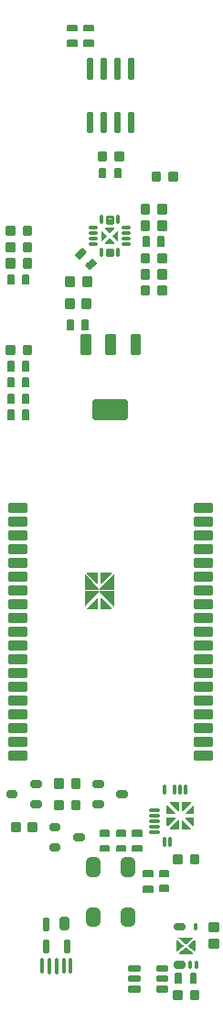
<source format=gbr>
G04 EAGLE Gerber RS-274X export*
G75*
%MOMM*%
%FSLAX34Y34*%
%LPD*%
%INSolderpaste Top*%
%IPPOS*%
%AMOC8*
5,1,8,0,0,1.08239X$1,22.5*%
G01*
%ADD10C,0.164350*%
%ADD11C,0.532541*%
%ADD12C,0.217425*%
%ADD13C,0.225000*%
%ADD14C,0.406547*%
%ADD15C,0.340000*%
%ADD16C,0.897000*%
%ADD17C,0.233475*%
%ADD18C,0.491275*%
%ADD19C,0.350000*%
%ADD20C,0.330000*%
%ADD21C,0.684134*%
%ADD22C,0.406478*%
%ADD23C,0.476100*%
%ADD24C,0.320000*%
%ADD25R,0.100000X0.100000*%
%ADD26C,0.413447*%
%ADD27C,0.300000*%
%ADD28C,0.272000*%

G36*
X84507Y373376D02*
X84507Y373376D01*
X84609Y373375D01*
X84620Y373379D01*
X84631Y373379D01*
X84724Y373417D01*
X84820Y373452D01*
X84829Y373460D01*
X84838Y373464D01*
X84871Y373494D01*
X84966Y373570D01*
X96966Y386570D01*
X97007Y386634D01*
X97055Y386694D01*
X97067Y386728D01*
X97087Y386759D01*
X97103Y386834D01*
X97127Y386906D01*
X97126Y386943D01*
X97134Y386978D01*
X97123Y387054D01*
X97121Y387131D01*
X97107Y387164D01*
X97102Y387200D01*
X97065Y387268D01*
X97036Y387338D01*
X97012Y387365D01*
X96994Y387397D01*
X96937Y387448D01*
X96885Y387504D01*
X96853Y387521D01*
X96825Y387545D01*
X96753Y387572D01*
X96685Y387607D01*
X96644Y387613D01*
X96615Y387624D01*
X96569Y387624D01*
X96500Y387634D01*
X84500Y387634D01*
X84435Y387623D01*
X84369Y387621D01*
X84326Y387603D01*
X84279Y387595D01*
X84222Y387561D01*
X84162Y387536D01*
X84127Y387505D01*
X84086Y387480D01*
X84045Y387429D01*
X83996Y387385D01*
X83974Y387343D01*
X83945Y387306D01*
X83924Y387244D01*
X83893Y387185D01*
X83885Y387131D01*
X83873Y387094D01*
X83874Y387054D01*
X83866Y387000D01*
X83866Y374000D01*
X83884Y373900D01*
X83898Y373800D01*
X83904Y373790D01*
X83905Y373779D01*
X83957Y373692D01*
X84006Y373603D01*
X84014Y373595D01*
X84020Y373586D01*
X84098Y373522D01*
X84175Y373455D01*
X84185Y373452D01*
X84194Y373445D01*
X84290Y373412D01*
X84385Y373376D01*
X84396Y373376D01*
X84406Y373373D01*
X84507Y373376D01*
G37*
G36*
X110565Y388377D02*
X110565Y388377D01*
X110631Y388379D01*
X110674Y388397D01*
X110721Y388405D01*
X110778Y388439D01*
X110838Y388464D01*
X110873Y388495D01*
X110914Y388520D01*
X110956Y388571D01*
X111004Y388615D01*
X111026Y388657D01*
X111055Y388694D01*
X111076Y388756D01*
X111107Y388815D01*
X111115Y388869D01*
X111127Y388906D01*
X111126Y388946D01*
X111134Y389000D01*
X111134Y402000D01*
X111116Y402100D01*
X111102Y402200D01*
X111097Y402210D01*
X111095Y402221D01*
X111043Y402308D01*
X110994Y402397D01*
X110986Y402405D01*
X110980Y402414D01*
X110902Y402478D01*
X110825Y402545D01*
X110815Y402549D01*
X110806Y402555D01*
X110710Y402588D01*
X110615Y402624D01*
X110604Y402624D01*
X110594Y402627D01*
X110493Y402624D01*
X110391Y402625D01*
X110380Y402621D01*
X110369Y402621D01*
X110276Y402583D01*
X110180Y402548D01*
X110171Y402540D01*
X110162Y402536D01*
X110129Y402506D01*
X110034Y402430D01*
X98034Y389430D01*
X97993Y389366D01*
X97945Y389306D01*
X97933Y389272D01*
X97913Y389241D01*
X97897Y389166D01*
X97873Y389094D01*
X97874Y389057D01*
X97866Y389022D01*
X97877Y388946D01*
X97879Y388869D01*
X97893Y388836D01*
X97898Y388800D01*
X97935Y388732D01*
X97964Y388662D01*
X97988Y388635D01*
X98006Y388603D01*
X98063Y388552D01*
X98115Y388496D01*
X98147Y388479D01*
X98175Y388455D01*
X98247Y388428D01*
X98315Y388393D01*
X98356Y388387D01*
X98385Y388376D01*
X98431Y388376D01*
X98500Y388366D01*
X110500Y388366D01*
X110565Y388377D01*
G37*
G36*
X110529Y373376D02*
X110529Y373376D01*
X110631Y373379D01*
X110641Y373383D01*
X110652Y373384D01*
X110745Y373426D01*
X110838Y373464D01*
X110847Y373471D01*
X110857Y373476D01*
X110929Y373546D01*
X111004Y373615D01*
X111009Y373625D01*
X111017Y373632D01*
X111060Y373724D01*
X111107Y373815D01*
X111108Y373827D01*
X111113Y373835D01*
X111116Y373880D01*
X111134Y374000D01*
X111134Y387000D01*
X111123Y387065D01*
X111121Y387131D01*
X111103Y387174D01*
X111095Y387221D01*
X111061Y387278D01*
X111036Y387338D01*
X111005Y387373D01*
X110980Y387414D01*
X110929Y387456D01*
X110885Y387504D01*
X110843Y387526D01*
X110806Y387555D01*
X110744Y387576D01*
X110685Y387607D01*
X110631Y387615D01*
X110594Y387627D01*
X110554Y387626D01*
X110500Y387634D01*
X98500Y387634D01*
X98425Y387621D01*
X98348Y387616D01*
X98315Y387601D01*
X98279Y387595D01*
X98213Y387556D01*
X98143Y387525D01*
X98117Y387499D01*
X98086Y387480D01*
X98038Y387421D01*
X97983Y387368D01*
X97968Y387335D01*
X97945Y387306D01*
X97920Y387234D01*
X97887Y387165D01*
X97884Y387128D01*
X97873Y387094D01*
X97875Y387017D01*
X97869Y386941D01*
X97878Y386906D01*
X97879Y386869D01*
X97908Y386799D01*
X97929Y386725D01*
X97952Y386691D01*
X97964Y386662D01*
X97995Y386628D01*
X98034Y386570D01*
X110034Y373570D01*
X110115Y373508D01*
X110194Y373445D01*
X110204Y373441D01*
X110213Y373434D01*
X110310Y373405D01*
X110406Y373373D01*
X110417Y373373D01*
X110428Y373370D01*
X110529Y373376D01*
G37*
G36*
X96575Y388379D02*
X96575Y388379D01*
X96652Y388384D01*
X96685Y388399D01*
X96721Y388405D01*
X96787Y388444D01*
X96857Y388476D01*
X96883Y388501D01*
X96914Y388520D01*
X96962Y388579D01*
X97017Y388632D01*
X97032Y388665D01*
X97055Y388694D01*
X97080Y388766D01*
X97113Y388835D01*
X97116Y388872D01*
X97127Y388906D01*
X97125Y388983D01*
X97132Y389059D01*
X97122Y389094D01*
X97121Y389131D01*
X97092Y389201D01*
X97071Y389275D01*
X97048Y389309D01*
X97036Y389338D01*
X97005Y389372D01*
X96966Y389430D01*
X84966Y402430D01*
X84885Y402492D01*
X84806Y402555D01*
X84796Y402559D01*
X84787Y402566D01*
X84690Y402595D01*
X84594Y402627D01*
X84583Y402627D01*
X84572Y402630D01*
X84471Y402624D01*
X84369Y402621D01*
X84359Y402617D01*
X84348Y402616D01*
X84255Y402574D01*
X84162Y402536D01*
X84153Y402529D01*
X84143Y402525D01*
X84071Y402454D01*
X83996Y402385D01*
X83991Y402375D01*
X83983Y402368D01*
X83940Y402276D01*
X83893Y402185D01*
X83892Y402173D01*
X83887Y402165D01*
X83884Y402120D01*
X83866Y402000D01*
X83866Y389000D01*
X83877Y388935D01*
X83879Y388869D01*
X83897Y388826D01*
X83905Y388779D01*
X83939Y388722D01*
X83964Y388662D01*
X83995Y388627D01*
X84020Y388586D01*
X84071Y388545D01*
X84115Y388496D01*
X84157Y388474D01*
X84194Y388445D01*
X84256Y388424D01*
X84315Y388393D01*
X84369Y388385D01*
X84406Y388373D01*
X84446Y388374D01*
X84500Y388366D01*
X96500Y388366D01*
X96575Y388379D01*
G37*
G36*
X108588Y370382D02*
X108588Y370382D01*
X108676Y370391D01*
X108697Y370401D01*
X108721Y370405D01*
X108798Y370451D01*
X108877Y370490D01*
X108894Y370507D01*
X108914Y370520D01*
X108970Y370589D01*
X109031Y370653D01*
X109040Y370675D01*
X109055Y370694D01*
X109084Y370778D01*
X109119Y370860D01*
X109120Y370884D01*
X109127Y370906D01*
X109125Y370995D01*
X109129Y371084D01*
X109121Y371107D01*
X109121Y371131D01*
X109087Y371213D01*
X109060Y371298D01*
X109044Y371319D01*
X109036Y371338D01*
X109002Y371376D01*
X108948Y371448D01*
X99948Y380448D01*
X99875Y380499D01*
X99806Y380555D01*
X99784Y380563D01*
X99764Y380577D01*
X99678Y380599D01*
X99594Y380627D01*
X99570Y380627D01*
X99547Y380633D01*
X99458Y380623D01*
X99369Y380621D01*
X99347Y380612D01*
X99324Y380609D01*
X99244Y380570D01*
X99162Y380536D01*
X99144Y380520D01*
X99123Y380510D01*
X99062Y380445D01*
X98996Y380385D01*
X98985Y380364D01*
X98969Y380347D01*
X98934Y380265D01*
X98893Y380185D01*
X98890Y380159D01*
X98881Y380140D01*
X98879Y380090D01*
X98866Y380000D01*
X98866Y371000D01*
X98877Y370935D01*
X98879Y370869D01*
X98897Y370826D01*
X98905Y370779D01*
X98939Y370722D01*
X98964Y370662D01*
X98995Y370627D01*
X99020Y370586D01*
X99071Y370545D01*
X99115Y370496D01*
X99157Y370474D01*
X99194Y370445D01*
X99256Y370424D01*
X99315Y370393D01*
X99369Y370385D01*
X99406Y370373D01*
X99446Y370374D01*
X99500Y370366D01*
X108500Y370366D01*
X108588Y370382D01*
G37*
G36*
X95565Y370377D02*
X95565Y370377D01*
X95631Y370379D01*
X95674Y370397D01*
X95721Y370405D01*
X95778Y370439D01*
X95838Y370464D01*
X95873Y370495D01*
X95914Y370520D01*
X95956Y370571D01*
X96004Y370615D01*
X96026Y370657D01*
X96055Y370694D01*
X96076Y370756D01*
X96107Y370815D01*
X96115Y370869D01*
X96127Y370906D01*
X96126Y370946D01*
X96134Y371000D01*
X96134Y380000D01*
X96118Y380088D01*
X96109Y380176D01*
X96099Y380197D01*
X96095Y380221D01*
X96049Y380298D01*
X96010Y380377D01*
X95993Y380394D01*
X95980Y380414D01*
X95911Y380470D01*
X95847Y380531D01*
X95825Y380540D01*
X95806Y380555D01*
X95722Y380584D01*
X95640Y380619D01*
X95616Y380620D01*
X95594Y380627D01*
X95505Y380625D01*
X95416Y380629D01*
X95393Y380621D01*
X95369Y380621D01*
X95287Y380587D01*
X95202Y380560D01*
X95181Y380544D01*
X95162Y380536D01*
X95124Y380502D01*
X95052Y380448D01*
X86052Y371448D01*
X86001Y371375D01*
X85945Y371306D01*
X85937Y371284D01*
X85923Y371264D01*
X85901Y371178D01*
X85873Y371094D01*
X85873Y371070D01*
X85868Y371047D01*
X85877Y370958D01*
X85879Y370869D01*
X85888Y370847D01*
X85891Y370824D01*
X85930Y370744D01*
X85964Y370662D01*
X85980Y370644D01*
X85990Y370623D01*
X86055Y370562D01*
X86115Y370496D01*
X86136Y370485D01*
X86153Y370469D01*
X86235Y370434D01*
X86315Y370393D01*
X86341Y370390D01*
X86360Y370381D01*
X86410Y370379D01*
X86500Y370366D01*
X95500Y370366D01*
X95565Y370377D01*
G37*
G36*
X95542Y394377D02*
X95542Y394377D01*
X95631Y394379D01*
X95653Y394388D01*
X95676Y394391D01*
X95756Y394430D01*
X95838Y394464D01*
X95856Y394480D01*
X95877Y394490D01*
X95938Y394555D01*
X96004Y394615D01*
X96015Y394636D01*
X96031Y394653D01*
X96066Y394735D01*
X96107Y394815D01*
X96110Y394841D01*
X96119Y394860D01*
X96121Y394910D01*
X96134Y395000D01*
X96134Y404000D01*
X96123Y404065D01*
X96121Y404131D01*
X96103Y404174D01*
X96095Y404221D01*
X96061Y404278D01*
X96036Y404338D01*
X96005Y404373D01*
X95980Y404414D01*
X95929Y404456D01*
X95885Y404504D01*
X95843Y404526D01*
X95806Y404555D01*
X95744Y404576D01*
X95685Y404607D01*
X95631Y404615D01*
X95594Y404627D01*
X95554Y404626D01*
X95500Y404634D01*
X86500Y404634D01*
X86412Y404618D01*
X86324Y404609D01*
X86303Y404599D01*
X86279Y404595D01*
X86202Y404549D01*
X86123Y404510D01*
X86106Y404493D01*
X86086Y404480D01*
X86030Y404411D01*
X85969Y404347D01*
X85960Y404325D01*
X85945Y404306D01*
X85916Y404222D01*
X85881Y404140D01*
X85880Y404116D01*
X85873Y404094D01*
X85875Y404005D01*
X85871Y403916D01*
X85879Y403893D01*
X85879Y403869D01*
X85913Y403787D01*
X85940Y403702D01*
X85956Y403681D01*
X85964Y403662D01*
X85998Y403624D01*
X86052Y403552D01*
X95052Y394552D01*
X95125Y394501D01*
X95194Y394445D01*
X95216Y394437D01*
X95236Y394423D01*
X95322Y394401D01*
X95406Y394373D01*
X95430Y394373D01*
X95453Y394368D01*
X95542Y394377D01*
G37*
G36*
X99607Y394379D02*
X99607Y394379D01*
X99631Y394379D01*
X99713Y394413D01*
X99798Y394440D01*
X99819Y394456D01*
X99838Y394464D01*
X99876Y394498D01*
X99948Y394552D01*
X108948Y403552D01*
X108999Y403625D01*
X109055Y403694D01*
X109063Y403716D01*
X109077Y403736D01*
X109099Y403822D01*
X109127Y403906D01*
X109127Y403930D01*
X109133Y403953D01*
X109123Y404042D01*
X109121Y404131D01*
X109112Y404153D01*
X109109Y404176D01*
X109070Y404256D01*
X109036Y404338D01*
X109020Y404356D01*
X109010Y404377D01*
X108945Y404438D01*
X108885Y404504D01*
X108864Y404515D01*
X108847Y404531D01*
X108765Y404566D01*
X108685Y404607D01*
X108659Y404610D01*
X108640Y404619D01*
X108590Y404621D01*
X108500Y404634D01*
X99500Y404634D01*
X99435Y404623D01*
X99369Y404621D01*
X99326Y404603D01*
X99279Y404595D01*
X99222Y404561D01*
X99162Y404536D01*
X99127Y404505D01*
X99086Y404480D01*
X99045Y404429D01*
X98996Y404385D01*
X98974Y404343D01*
X98945Y404306D01*
X98924Y404244D01*
X98893Y404185D01*
X98885Y404131D01*
X98873Y404094D01*
X98874Y404054D01*
X98866Y404000D01*
X98866Y395000D01*
X98882Y394912D01*
X98891Y394824D01*
X98901Y394803D01*
X98905Y394779D01*
X98951Y394702D01*
X98990Y394623D01*
X99007Y394606D01*
X99020Y394586D01*
X99089Y394530D01*
X99153Y394469D01*
X99175Y394460D01*
X99194Y394445D01*
X99278Y394416D01*
X99360Y394381D01*
X99384Y394380D01*
X99406Y394373D01*
X99495Y394375D01*
X99584Y394371D01*
X99607Y394379D01*
G37*
G36*
X183505Y52367D02*
X183505Y52367D01*
X183510Y52366D01*
X183615Y52387D01*
X183721Y52405D01*
X183725Y52408D01*
X183731Y52409D01*
X183823Y52466D01*
X183914Y52520D01*
X183917Y52524D01*
X183922Y52526D01*
X183988Y52611D01*
X184055Y52694D01*
X184057Y52699D01*
X184060Y52703D01*
X184093Y52805D01*
X184127Y52906D01*
X184127Y52912D01*
X184129Y52917D01*
X184124Y53024D01*
X184121Y53131D01*
X184119Y53135D01*
X184118Y53141D01*
X184076Y53240D01*
X184036Y53338D01*
X184033Y53342D01*
X184031Y53347D01*
X183906Y53487D01*
X177906Y58487D01*
X177899Y58491D01*
X177893Y58498D01*
X177802Y58547D01*
X177711Y58598D01*
X177703Y58599D01*
X177695Y58603D01*
X177592Y58618D01*
X177490Y58634D01*
X177481Y58633D01*
X177473Y58634D01*
X177371Y58611D01*
X177269Y58591D01*
X177262Y58586D01*
X177254Y58585D01*
X177094Y58487D01*
X171094Y53487D01*
X171091Y53483D01*
X171086Y53480D01*
X171019Y53397D01*
X170950Y53315D01*
X170948Y53310D01*
X170945Y53306D01*
X170910Y53205D01*
X170874Y53104D01*
X170874Y53099D01*
X170873Y53094D01*
X170876Y52988D01*
X170877Y52880D01*
X170879Y52875D01*
X170879Y52869D01*
X170919Y52772D01*
X170958Y52670D01*
X170962Y52666D01*
X170964Y52662D01*
X171035Y52583D01*
X171107Y52502D01*
X171111Y52500D01*
X171115Y52496D01*
X171211Y52447D01*
X171305Y52397D01*
X171310Y52396D01*
X171315Y52393D01*
X171500Y52366D01*
X183500Y52366D01*
X183505Y52367D01*
G37*
G36*
X177519Y61367D02*
X177519Y61367D01*
X177527Y61366D01*
X177629Y61389D01*
X177731Y61409D01*
X177738Y61414D01*
X177746Y61415D01*
X177906Y61513D01*
X183906Y66513D01*
X183909Y66517D01*
X183914Y66520D01*
X183981Y66603D01*
X184050Y66685D01*
X184052Y66690D01*
X184055Y66694D01*
X184090Y66795D01*
X184126Y66896D01*
X184126Y66901D01*
X184127Y66906D01*
X184124Y67012D01*
X184123Y67120D01*
X184121Y67125D01*
X184121Y67131D01*
X184081Y67228D01*
X184042Y67330D01*
X184038Y67334D01*
X184036Y67338D01*
X183965Y67417D01*
X183893Y67498D01*
X183889Y67500D01*
X183885Y67504D01*
X183789Y67553D01*
X183695Y67603D01*
X183690Y67604D01*
X183685Y67607D01*
X183500Y67634D01*
X171500Y67634D01*
X171495Y67633D01*
X171490Y67634D01*
X171385Y67614D01*
X171279Y67595D01*
X171275Y67592D01*
X171269Y67591D01*
X171177Y67535D01*
X171086Y67480D01*
X171083Y67476D01*
X171078Y67474D01*
X171012Y67389D01*
X170945Y67306D01*
X170943Y67301D01*
X170940Y67297D01*
X170907Y67195D01*
X170873Y67094D01*
X170873Y67088D01*
X170871Y67083D01*
X170876Y66976D01*
X170879Y66869D01*
X170881Y66865D01*
X170882Y66859D01*
X170924Y66760D01*
X170964Y66662D01*
X170967Y66658D01*
X170969Y66653D01*
X171094Y66513D01*
X177094Y61513D01*
X177101Y61509D01*
X177107Y61502D01*
X177198Y61453D01*
X177289Y61402D01*
X177297Y61401D01*
X177305Y61397D01*
X177408Y61383D01*
X177510Y61366D01*
X177519Y61367D01*
G37*
G36*
X185510Y55011D02*
X185510Y55011D01*
X185628Y55009D01*
X185650Y55015D01*
X185674Y55016D01*
X185786Y55053D01*
X185900Y55084D01*
X185920Y55096D01*
X185942Y55104D01*
X186039Y55170D01*
X186140Y55232D01*
X186155Y55250D01*
X186175Y55263D01*
X186250Y55354D01*
X186329Y55442D01*
X186339Y55463D01*
X186354Y55481D01*
X186400Y55589D01*
X186452Y55695D01*
X186455Y55717D01*
X186465Y55740D01*
X186487Y55922D01*
X186499Y56000D01*
X186499Y64000D01*
X186490Y64063D01*
X186491Y64122D01*
X186477Y64171D01*
X186471Y64234D01*
X186463Y64256D01*
X186459Y64279D01*
X186429Y64347D01*
X186416Y64394D01*
X186394Y64429D01*
X186367Y64496D01*
X186353Y64515D01*
X186343Y64536D01*
X186288Y64600D01*
X186268Y64634D01*
X186243Y64656D01*
X186194Y64719D01*
X186175Y64733D01*
X186160Y64750D01*
X186082Y64801D01*
X186058Y64823D01*
X186035Y64834D01*
X185965Y64884D01*
X185943Y64892D01*
X185924Y64905D01*
X185829Y64934D01*
X185805Y64946D01*
X185785Y64949D01*
X185700Y64979D01*
X185676Y64980D01*
X185654Y64987D01*
X185536Y64989D01*
X185523Y64990D01*
X185500Y64993D01*
X185493Y64993D01*
X185484Y64992D01*
X185418Y64996D01*
X185396Y64991D01*
X185372Y64991D01*
X185261Y64960D01*
X185213Y64953D01*
X185195Y64945D01*
X185143Y64933D01*
X185124Y64922D01*
X185100Y64916D01*
X185019Y64865D01*
X184956Y64837D01*
X184918Y64805D01*
X184876Y64780D01*
X179876Y60780D01*
X179853Y60756D01*
X179825Y60737D01*
X179774Y60674D01*
X179753Y60657D01*
X179739Y60634D01*
X179683Y60575D01*
X179668Y60545D01*
X179646Y60519D01*
X179614Y60444D01*
X179599Y60421D01*
X179591Y60395D01*
X179555Y60324D01*
X179548Y60291D01*
X179535Y60260D01*
X179525Y60181D01*
X179516Y60151D01*
X179516Y60121D01*
X179502Y60046D01*
X179505Y60013D01*
X179501Y59980D01*
X179513Y59905D01*
X179513Y59869D01*
X179522Y59836D01*
X179529Y59766D01*
X179541Y59735D01*
X179546Y59702D01*
X179577Y59638D01*
X179588Y59597D01*
X179609Y59563D01*
X179633Y59504D01*
X179653Y59477D01*
X179668Y59447D01*
X179708Y59403D01*
X179736Y59357D01*
X179772Y59325D01*
X179806Y59281D01*
X179846Y59252D01*
X179876Y59220D01*
X184876Y55220D01*
X184977Y55160D01*
X185076Y55095D01*
X185099Y55088D01*
X185119Y55076D01*
X185233Y55047D01*
X185346Y55013D01*
X185369Y55012D01*
X185392Y55007D01*
X185510Y55011D01*
G37*
G36*
X169605Y55009D02*
X169605Y55009D01*
X169628Y55009D01*
X169742Y55040D01*
X169857Y55067D01*
X169876Y55078D01*
X169900Y55084D01*
X170056Y55181D01*
X170124Y55220D01*
X175124Y59220D01*
X175147Y59244D01*
X175175Y59263D01*
X175210Y59306D01*
X175247Y59337D01*
X175274Y59379D01*
X175317Y59425D01*
X175333Y59455D01*
X175354Y59481D01*
X175379Y59539D01*
X175401Y59573D01*
X175414Y59614D01*
X175445Y59677D01*
X175452Y59709D01*
X175465Y59740D01*
X175473Y59809D01*
X175484Y59843D01*
X175484Y59879D01*
X175498Y59954D01*
X175495Y59987D01*
X175499Y60020D01*
X175487Y60095D01*
X175487Y60125D01*
X175479Y60155D01*
X175471Y60234D01*
X175459Y60265D01*
X175454Y60298D01*
X175419Y60370D01*
X175412Y60397D01*
X175397Y60421D01*
X175367Y60496D01*
X175347Y60523D01*
X175332Y60553D01*
X175281Y60609D01*
X175264Y60637D01*
X175244Y60655D01*
X175194Y60719D01*
X175154Y60748D01*
X175124Y60780D01*
X170124Y64780D01*
X170091Y64800D01*
X170066Y64823D01*
X170003Y64853D01*
X169924Y64905D01*
X169901Y64912D01*
X169881Y64924D01*
X169831Y64936D01*
X169812Y64946D01*
X169768Y64953D01*
X169767Y64953D01*
X169654Y64987D01*
X169631Y64988D01*
X169608Y64993D01*
X169524Y64991D01*
X169508Y64993D01*
X169500Y64993D01*
X169475Y64990D01*
X169372Y64991D01*
X169350Y64985D01*
X169326Y64984D01*
X169242Y64956D01*
X169221Y64953D01*
X169196Y64942D01*
X169100Y64916D01*
X169080Y64904D01*
X169058Y64896D01*
X168987Y64848D01*
X168964Y64837D01*
X168940Y64817D01*
X168860Y64768D01*
X168845Y64750D01*
X168825Y64737D01*
X168774Y64675D01*
X168750Y64654D01*
X168729Y64622D01*
X168671Y64558D01*
X168661Y64537D01*
X168646Y64519D01*
X168617Y64452D01*
X168595Y64418D01*
X168581Y64373D01*
X168548Y64305D01*
X168545Y64283D01*
X168535Y64260D01*
X168527Y64196D01*
X168513Y64148D01*
X168512Y64070D01*
X168501Y64000D01*
X168501Y56000D01*
X168517Y55883D01*
X168529Y55766D01*
X168537Y55744D01*
X168541Y55721D01*
X168589Y55613D01*
X168633Y55504D01*
X168647Y55485D01*
X168657Y55464D01*
X168733Y55374D01*
X168806Y55281D01*
X168825Y55267D01*
X168840Y55250D01*
X168939Y55185D01*
X169035Y55116D01*
X169057Y55108D01*
X169076Y55095D01*
X169189Y55061D01*
X169300Y55021D01*
X169324Y55020D01*
X169346Y55013D01*
X169464Y55011D01*
X169582Y55004D01*
X169605Y55009D01*
G37*
G36*
X167588Y181382D02*
X167588Y181382D01*
X167676Y181391D01*
X167697Y181401D01*
X167721Y181405D01*
X167798Y181451D01*
X167877Y181490D01*
X167894Y181507D01*
X167914Y181520D01*
X167970Y181589D01*
X168031Y181653D01*
X168040Y181675D01*
X168055Y181694D01*
X168084Y181778D01*
X168119Y181860D01*
X168120Y181884D01*
X168127Y181906D01*
X168125Y181995D01*
X168129Y182084D01*
X168121Y182107D01*
X168121Y182131D01*
X168087Y182213D01*
X168060Y182298D01*
X168044Y182319D01*
X168036Y182338D01*
X168002Y182376D01*
X167948Y182448D01*
X160948Y189448D01*
X160919Y189469D01*
X160908Y189481D01*
X160884Y189493D01*
X160875Y189499D01*
X160806Y189555D01*
X160784Y189563D01*
X160764Y189577D01*
X160678Y189599D01*
X160594Y189627D01*
X160570Y189627D01*
X160547Y189633D01*
X160458Y189623D01*
X160369Y189621D01*
X160347Y189612D01*
X160324Y189609D01*
X160244Y189570D01*
X160162Y189536D01*
X160144Y189520D01*
X160123Y189510D01*
X160062Y189445D01*
X159996Y189385D01*
X159985Y189364D01*
X159969Y189347D01*
X159934Y189265D01*
X159893Y189185D01*
X159890Y189159D01*
X159881Y189140D01*
X159879Y189090D01*
X159879Y189089D01*
X159873Y189070D01*
X159873Y189051D01*
X159866Y189000D01*
X159866Y182000D01*
X159877Y181935D01*
X159879Y181869D01*
X159897Y181826D01*
X159905Y181779D01*
X159939Y181722D01*
X159964Y181662D01*
X159995Y181627D01*
X160020Y181586D01*
X160071Y181545D01*
X160115Y181496D01*
X160157Y181474D01*
X160194Y181445D01*
X160256Y181424D01*
X160315Y181393D01*
X160369Y181385D01*
X160406Y181373D01*
X160446Y181374D01*
X160500Y181366D01*
X167500Y181366D01*
X167588Y181382D01*
G37*
G36*
X181588Y167382D02*
X181588Y167382D01*
X181676Y167391D01*
X181697Y167401D01*
X181721Y167405D01*
X181798Y167451D01*
X181877Y167490D01*
X181894Y167507D01*
X181914Y167520D01*
X181970Y167589D01*
X182031Y167653D01*
X182040Y167675D01*
X182055Y167694D01*
X182084Y167778D01*
X182119Y167860D01*
X182120Y167884D01*
X182127Y167906D01*
X182125Y167995D01*
X182129Y168084D01*
X182121Y168107D01*
X182121Y168131D01*
X182087Y168213D01*
X182060Y168298D01*
X182044Y168319D01*
X182036Y168338D01*
X182002Y168376D01*
X181948Y168448D01*
X174948Y175448D01*
X174919Y175469D01*
X174908Y175481D01*
X174884Y175493D01*
X174875Y175499D01*
X174806Y175555D01*
X174784Y175563D01*
X174764Y175577D01*
X174678Y175599D01*
X174594Y175627D01*
X174570Y175627D01*
X174547Y175633D01*
X174458Y175623D01*
X174369Y175621D01*
X174347Y175612D01*
X174324Y175609D01*
X174244Y175570D01*
X174162Y175536D01*
X174144Y175520D01*
X174123Y175510D01*
X174062Y175445D01*
X173996Y175385D01*
X173985Y175364D01*
X173969Y175347D01*
X173934Y175265D01*
X173893Y175185D01*
X173890Y175159D01*
X173881Y175140D01*
X173879Y175090D01*
X173879Y175089D01*
X173873Y175070D01*
X173873Y175051D01*
X173866Y175000D01*
X173866Y168000D01*
X173877Y167935D01*
X173879Y167869D01*
X173897Y167826D01*
X173905Y167779D01*
X173939Y167722D01*
X173964Y167662D01*
X173995Y167627D01*
X174020Y167586D01*
X174071Y167545D01*
X174115Y167496D01*
X174157Y167474D01*
X174194Y167445D01*
X174256Y167424D01*
X174315Y167393D01*
X174369Y167385D01*
X174406Y167373D01*
X174446Y167374D01*
X174500Y167366D01*
X181500Y167366D01*
X181588Y167382D01*
G37*
G36*
X170565Y167377D02*
X170565Y167377D01*
X170631Y167379D01*
X170674Y167397D01*
X170721Y167405D01*
X170778Y167439D01*
X170838Y167464D01*
X170873Y167495D01*
X170914Y167520D01*
X170956Y167571D01*
X171004Y167615D01*
X171026Y167657D01*
X171055Y167694D01*
X171076Y167756D01*
X171107Y167815D01*
X171115Y167869D01*
X171127Y167906D01*
X171126Y167946D01*
X171134Y168000D01*
X171134Y175000D01*
X171122Y175069D01*
X171121Y175107D01*
X171115Y175121D01*
X171109Y175176D01*
X171099Y175197D01*
X171095Y175221D01*
X171049Y175298D01*
X171010Y175377D01*
X170993Y175394D01*
X170980Y175414D01*
X170911Y175470D01*
X170847Y175531D01*
X170825Y175540D01*
X170806Y175555D01*
X170722Y175584D01*
X170640Y175619D01*
X170616Y175620D01*
X170594Y175627D01*
X170505Y175625D01*
X170416Y175629D01*
X170393Y175621D01*
X170369Y175621D01*
X170287Y175587D01*
X170202Y175560D01*
X170181Y175544D01*
X170162Y175536D01*
X170124Y175502D01*
X170066Y175459D01*
X170063Y175457D01*
X170062Y175456D01*
X170052Y175448D01*
X163052Y168448D01*
X163001Y168375D01*
X162945Y168306D01*
X162937Y168284D01*
X162923Y168264D01*
X162901Y168178D01*
X162873Y168094D01*
X162873Y168070D01*
X162868Y168047D01*
X162877Y167958D01*
X162879Y167869D01*
X162888Y167847D01*
X162891Y167824D01*
X162930Y167744D01*
X162964Y167662D01*
X162980Y167644D01*
X162990Y167623D01*
X163055Y167562D01*
X163115Y167496D01*
X163136Y167485D01*
X163153Y167469D01*
X163235Y167434D01*
X163315Y167393D01*
X163341Y167390D01*
X163360Y167381D01*
X163410Y167379D01*
X163500Y167366D01*
X170500Y167366D01*
X170565Y167377D01*
G37*
G36*
X184565Y181377D02*
X184565Y181377D01*
X184631Y181379D01*
X184674Y181397D01*
X184721Y181405D01*
X184778Y181439D01*
X184838Y181464D01*
X184873Y181495D01*
X184914Y181520D01*
X184956Y181571D01*
X185004Y181615D01*
X185026Y181657D01*
X185055Y181694D01*
X185076Y181756D01*
X185107Y181815D01*
X185115Y181869D01*
X185127Y181906D01*
X185126Y181946D01*
X185134Y182000D01*
X185134Y189000D01*
X185122Y189069D01*
X185121Y189107D01*
X185115Y189121D01*
X185109Y189176D01*
X185099Y189197D01*
X185095Y189221D01*
X185049Y189298D01*
X185010Y189377D01*
X184993Y189394D01*
X184980Y189414D01*
X184911Y189470D01*
X184847Y189531D01*
X184825Y189540D01*
X184806Y189555D01*
X184722Y189584D01*
X184640Y189619D01*
X184616Y189620D01*
X184594Y189627D01*
X184505Y189625D01*
X184416Y189629D01*
X184393Y189621D01*
X184369Y189621D01*
X184287Y189587D01*
X184202Y189560D01*
X184181Y189544D01*
X184162Y189536D01*
X184124Y189502D01*
X184066Y189459D01*
X184063Y189457D01*
X184062Y189456D01*
X184052Y189448D01*
X177052Y182448D01*
X177001Y182375D01*
X176945Y182306D01*
X176937Y182284D01*
X176923Y182264D01*
X176901Y182178D01*
X176873Y182094D01*
X176873Y182070D01*
X176868Y182047D01*
X176877Y181958D01*
X176879Y181869D01*
X176888Y181847D01*
X176891Y181824D01*
X176930Y181744D01*
X176964Y181662D01*
X176980Y181644D01*
X176990Y181623D01*
X177055Y181562D01*
X177115Y181496D01*
X177136Y181485D01*
X177153Y181469D01*
X177235Y181434D01*
X177315Y181393D01*
X177341Y181390D01*
X177360Y181381D01*
X177410Y181379D01*
X177500Y181366D01*
X184500Y181366D01*
X184565Y181377D01*
G37*
G36*
X174607Y184379D02*
X174607Y184379D01*
X174631Y184379D01*
X174713Y184413D01*
X174798Y184440D01*
X174819Y184456D01*
X174838Y184464D01*
X174876Y184498D01*
X174948Y184552D01*
X181948Y191552D01*
X181999Y191625D01*
X182055Y191694D01*
X182063Y191716D01*
X182077Y191736D01*
X182099Y191822D01*
X182127Y191906D01*
X182127Y191930D01*
X182133Y191953D01*
X182123Y192042D01*
X182121Y192131D01*
X182112Y192153D01*
X182109Y192176D01*
X182070Y192256D01*
X182036Y192338D01*
X182020Y192356D01*
X182010Y192377D01*
X181945Y192438D01*
X181885Y192504D01*
X181864Y192515D01*
X181847Y192531D01*
X181765Y192566D01*
X181685Y192607D01*
X181659Y192610D01*
X181640Y192619D01*
X181590Y192621D01*
X181500Y192634D01*
X174500Y192634D01*
X174435Y192623D01*
X174369Y192621D01*
X174326Y192603D01*
X174279Y192595D01*
X174222Y192561D01*
X174162Y192536D01*
X174127Y192505D01*
X174086Y192480D01*
X174045Y192429D01*
X173996Y192385D01*
X173974Y192343D01*
X173945Y192306D01*
X173924Y192244D01*
X173893Y192185D01*
X173885Y192131D01*
X173873Y192094D01*
X173873Y192072D01*
X173873Y192070D01*
X173873Y192051D01*
X173866Y192000D01*
X173866Y185000D01*
X173882Y184912D01*
X173891Y184824D01*
X173901Y184803D01*
X173905Y184779D01*
X173951Y184702D01*
X173990Y184623D01*
X174007Y184606D01*
X174020Y184586D01*
X174089Y184530D01*
X174153Y184469D01*
X174175Y184460D01*
X174194Y184445D01*
X174278Y184416D01*
X174360Y184381D01*
X174384Y184380D01*
X174406Y184373D01*
X174495Y184375D01*
X174584Y184371D01*
X174607Y184379D01*
G37*
G36*
X160607Y170379D02*
X160607Y170379D01*
X160631Y170379D01*
X160713Y170413D01*
X160798Y170440D01*
X160819Y170456D01*
X160838Y170464D01*
X160876Y170498D01*
X160948Y170552D01*
X167948Y177552D01*
X167999Y177625D01*
X168055Y177694D01*
X168063Y177716D01*
X168077Y177736D01*
X168099Y177822D01*
X168127Y177906D01*
X168127Y177930D01*
X168133Y177953D01*
X168123Y178042D01*
X168121Y178131D01*
X168112Y178153D01*
X168109Y178176D01*
X168070Y178256D01*
X168036Y178338D01*
X168020Y178356D01*
X168010Y178377D01*
X167945Y178438D01*
X167885Y178504D01*
X167864Y178515D01*
X167847Y178531D01*
X167765Y178566D01*
X167685Y178607D01*
X167659Y178610D01*
X167640Y178619D01*
X167590Y178621D01*
X167500Y178634D01*
X160500Y178634D01*
X160435Y178623D01*
X160369Y178621D01*
X160326Y178603D01*
X160279Y178595D01*
X160222Y178561D01*
X160162Y178536D01*
X160127Y178505D01*
X160086Y178480D01*
X160045Y178429D01*
X159996Y178385D01*
X159974Y178343D01*
X159945Y178306D01*
X159924Y178244D01*
X159893Y178185D01*
X159885Y178131D01*
X159873Y178094D01*
X159873Y178072D01*
X159873Y178070D01*
X159873Y178051D01*
X159866Y178000D01*
X159866Y171000D01*
X159882Y170912D01*
X159891Y170824D01*
X159901Y170803D01*
X159905Y170779D01*
X159951Y170702D01*
X159990Y170623D01*
X160007Y170606D01*
X160020Y170586D01*
X160089Y170530D01*
X160153Y170469D01*
X160175Y170460D01*
X160194Y170445D01*
X160278Y170416D01*
X160360Y170381D01*
X160384Y170380D01*
X160406Y170373D01*
X160495Y170375D01*
X160584Y170371D01*
X160607Y170379D01*
G37*
G36*
X170542Y184377D02*
X170542Y184377D01*
X170631Y184379D01*
X170653Y184388D01*
X170676Y184391D01*
X170756Y184430D01*
X170838Y184464D01*
X170856Y184480D01*
X170877Y184490D01*
X170938Y184555D01*
X171004Y184615D01*
X171015Y184636D01*
X171031Y184653D01*
X171066Y184735D01*
X171107Y184815D01*
X171110Y184841D01*
X171119Y184860D01*
X171121Y184910D01*
X171134Y185000D01*
X171134Y192000D01*
X171123Y192065D01*
X171121Y192131D01*
X171103Y192174D01*
X171095Y192221D01*
X171061Y192278D01*
X171036Y192338D01*
X171005Y192373D01*
X170980Y192414D01*
X170929Y192456D01*
X170885Y192504D01*
X170843Y192526D01*
X170806Y192555D01*
X170744Y192576D01*
X170685Y192607D01*
X170631Y192615D01*
X170594Y192627D01*
X170554Y192626D01*
X170500Y192634D01*
X163500Y192634D01*
X163412Y192618D01*
X163324Y192609D01*
X163303Y192599D01*
X163279Y192595D01*
X163202Y192549D01*
X163123Y192510D01*
X163106Y192493D01*
X163086Y192480D01*
X163030Y192411D01*
X162969Y192347D01*
X162960Y192325D01*
X162945Y192306D01*
X162916Y192222D01*
X162881Y192140D01*
X162880Y192116D01*
X162873Y192094D01*
X162875Y192005D01*
X162871Y191916D01*
X162879Y191893D01*
X162879Y191869D01*
X162913Y191787D01*
X162940Y191702D01*
X162956Y191681D01*
X162964Y191662D01*
X162998Y191624D01*
X163052Y191552D01*
X170052Y184552D01*
X170125Y184501D01*
X170194Y184445D01*
X170216Y184437D01*
X170236Y184423D01*
X170322Y184401D01*
X170406Y184373D01*
X170430Y184373D01*
X170453Y184368D01*
X170542Y184377D01*
G37*
G36*
X184542Y170377D02*
X184542Y170377D01*
X184631Y170379D01*
X184653Y170388D01*
X184676Y170391D01*
X184756Y170430D01*
X184838Y170464D01*
X184856Y170480D01*
X184877Y170490D01*
X184938Y170555D01*
X185004Y170615D01*
X185015Y170636D01*
X185031Y170653D01*
X185066Y170735D01*
X185107Y170815D01*
X185110Y170841D01*
X185119Y170860D01*
X185121Y170910D01*
X185134Y171000D01*
X185134Y178000D01*
X185123Y178065D01*
X185121Y178131D01*
X185103Y178174D01*
X185095Y178221D01*
X185061Y178278D01*
X185036Y178338D01*
X185005Y178373D01*
X184980Y178414D01*
X184929Y178456D01*
X184885Y178504D01*
X184843Y178526D01*
X184806Y178555D01*
X184744Y178576D01*
X184685Y178607D01*
X184631Y178615D01*
X184594Y178627D01*
X184554Y178626D01*
X184500Y178634D01*
X177500Y178634D01*
X177412Y178618D01*
X177324Y178609D01*
X177303Y178599D01*
X177279Y178595D01*
X177202Y178549D01*
X177123Y178510D01*
X177106Y178493D01*
X177086Y178480D01*
X177030Y178411D01*
X176969Y178347D01*
X176960Y178325D01*
X176945Y178306D01*
X176916Y178222D01*
X176881Y178140D01*
X176880Y178116D01*
X176873Y178094D01*
X176875Y178005D01*
X176871Y177916D01*
X176879Y177893D01*
X176879Y177869D01*
X176913Y177787D01*
X176940Y177702D01*
X176956Y177681D01*
X176964Y177662D01*
X176998Y177624D01*
X177052Y177552D01*
X184052Y170552D01*
X184125Y170501D01*
X184194Y170445D01*
X184216Y170437D01*
X184236Y170423D01*
X184322Y170401D01*
X184406Y170373D01*
X184430Y170373D01*
X184453Y170368D01*
X184542Y170377D01*
G37*
G36*
X111088Y707382D02*
X111088Y707382D01*
X111176Y707391D01*
X111197Y707401D01*
X111221Y707405D01*
X111298Y707451D01*
X111377Y707490D01*
X111394Y707507D01*
X111414Y707520D01*
X111470Y707589D01*
X111531Y707653D01*
X111540Y707675D01*
X111555Y707694D01*
X111584Y707778D01*
X111619Y707860D01*
X111620Y707884D01*
X111627Y707906D01*
X111625Y707995D01*
X111629Y708084D01*
X111621Y708107D01*
X111621Y708131D01*
X111587Y708213D01*
X111560Y708298D01*
X111544Y708319D01*
X111536Y708338D01*
X111502Y708376D01*
X111448Y708448D01*
X107448Y712448D01*
X107395Y712486D01*
X107347Y712531D01*
X107303Y712550D01*
X107264Y712577D01*
X107201Y712593D01*
X107140Y712619D01*
X107093Y712621D01*
X107047Y712633D01*
X106982Y712626D01*
X106916Y712629D01*
X106871Y712614D01*
X106824Y712609D01*
X106765Y712580D01*
X106702Y712560D01*
X106658Y712527D01*
X106623Y712510D01*
X106596Y712481D01*
X106552Y712448D01*
X102552Y708448D01*
X102501Y708375D01*
X102445Y708306D01*
X102437Y708284D01*
X102423Y708264D01*
X102401Y708178D01*
X102373Y708094D01*
X102373Y708070D01*
X102368Y708047D01*
X102377Y707958D01*
X102379Y707869D01*
X102388Y707847D01*
X102391Y707824D01*
X102430Y707744D01*
X102464Y707662D01*
X102480Y707644D01*
X102490Y707623D01*
X102555Y707562D01*
X102615Y707496D01*
X102636Y707485D01*
X102653Y707469D01*
X102735Y707434D01*
X102815Y707393D01*
X102841Y707390D01*
X102860Y707381D01*
X102910Y707379D01*
X103000Y707366D01*
X111000Y707366D01*
X111088Y707382D01*
G37*
G36*
X114042Y710377D02*
X114042Y710377D01*
X114131Y710379D01*
X114153Y710388D01*
X114176Y710391D01*
X114256Y710430D01*
X114338Y710464D01*
X114356Y710480D01*
X114377Y710490D01*
X114438Y710555D01*
X114504Y710615D01*
X114515Y710636D01*
X114531Y710653D01*
X114566Y710735D01*
X114607Y710815D01*
X114610Y710841D01*
X114619Y710860D01*
X114621Y710910D01*
X114634Y711000D01*
X114634Y719000D01*
X114618Y719088D01*
X114609Y719176D01*
X114599Y719197D01*
X114595Y719221D01*
X114549Y719298D01*
X114510Y719377D01*
X114493Y719394D01*
X114480Y719414D01*
X114411Y719470D01*
X114347Y719531D01*
X114325Y719540D01*
X114306Y719555D01*
X114222Y719584D01*
X114140Y719619D01*
X114116Y719620D01*
X114094Y719627D01*
X114005Y719625D01*
X113916Y719629D01*
X113893Y719621D01*
X113869Y719621D01*
X113787Y719587D01*
X113702Y719560D01*
X113681Y719544D01*
X113662Y719536D01*
X113624Y719502D01*
X113552Y719448D01*
X109552Y715448D01*
X109514Y715395D01*
X109469Y715347D01*
X109450Y715303D01*
X109423Y715264D01*
X109407Y715201D01*
X109381Y715140D01*
X109379Y715093D01*
X109368Y715047D01*
X109374Y714982D01*
X109371Y714916D01*
X109386Y714871D01*
X109391Y714824D01*
X109420Y714765D01*
X109440Y714702D01*
X109473Y714658D01*
X109490Y714623D01*
X109519Y714596D01*
X109552Y714552D01*
X113552Y710552D01*
X113625Y710501D01*
X113694Y710445D01*
X113716Y710437D01*
X113736Y710423D01*
X113822Y710401D01*
X113906Y710373D01*
X113930Y710373D01*
X113953Y710368D01*
X114042Y710377D01*
G37*
G36*
X100107Y710379D02*
X100107Y710379D01*
X100131Y710379D01*
X100213Y710413D01*
X100298Y710440D01*
X100319Y710456D01*
X100338Y710464D01*
X100376Y710498D01*
X100448Y710552D01*
X104448Y714552D01*
X104486Y714606D01*
X104531Y714653D01*
X104550Y714697D01*
X104577Y714736D01*
X104593Y714799D01*
X104619Y714860D01*
X104621Y714907D01*
X104633Y714953D01*
X104626Y715018D01*
X104629Y715084D01*
X104614Y715129D01*
X104609Y715176D01*
X104580Y715235D01*
X104560Y715298D01*
X104527Y715342D01*
X104510Y715377D01*
X104481Y715404D01*
X104448Y715448D01*
X100448Y719448D01*
X100375Y719499D01*
X100306Y719555D01*
X100284Y719563D01*
X100264Y719577D01*
X100178Y719599D01*
X100094Y719627D01*
X100070Y719627D01*
X100047Y719633D01*
X99958Y719623D01*
X99869Y719621D01*
X99847Y719612D01*
X99824Y719609D01*
X99744Y719570D01*
X99662Y719536D01*
X99644Y719520D01*
X99623Y719510D01*
X99562Y719445D01*
X99496Y719385D01*
X99485Y719364D01*
X99469Y719347D01*
X99434Y719265D01*
X99393Y719185D01*
X99390Y719159D01*
X99381Y719140D01*
X99379Y719090D01*
X99366Y719000D01*
X99366Y711000D01*
X99382Y710912D01*
X99391Y710824D01*
X99401Y710803D01*
X99405Y710779D01*
X99451Y710702D01*
X99490Y710623D01*
X99507Y710606D01*
X99520Y710586D01*
X99589Y710530D01*
X99653Y710469D01*
X99675Y710460D01*
X99694Y710445D01*
X99778Y710416D01*
X99860Y710381D01*
X99884Y710380D01*
X99906Y710373D01*
X99995Y710375D01*
X100084Y710371D01*
X100107Y710379D01*
G37*
G36*
X107018Y717374D02*
X107018Y717374D01*
X107084Y717371D01*
X107129Y717386D01*
X107176Y717391D01*
X107235Y717420D01*
X107298Y717440D01*
X107342Y717473D01*
X107377Y717490D01*
X107404Y717519D01*
X107448Y717552D01*
X111448Y721552D01*
X111499Y721625D01*
X111555Y721694D01*
X111563Y721716D01*
X111577Y721736D01*
X111599Y721822D01*
X111627Y721906D01*
X111627Y721930D01*
X111633Y721953D01*
X111623Y722042D01*
X111621Y722131D01*
X111612Y722153D01*
X111609Y722176D01*
X111570Y722256D01*
X111536Y722338D01*
X111520Y722356D01*
X111510Y722377D01*
X111445Y722438D01*
X111385Y722504D01*
X111364Y722515D01*
X111347Y722531D01*
X111265Y722566D01*
X111185Y722607D01*
X111159Y722610D01*
X111140Y722619D01*
X111090Y722621D01*
X111000Y722634D01*
X103000Y722634D01*
X102912Y722618D01*
X102824Y722609D01*
X102803Y722599D01*
X102779Y722595D01*
X102702Y722549D01*
X102623Y722510D01*
X102606Y722493D01*
X102586Y722480D01*
X102530Y722411D01*
X102469Y722347D01*
X102460Y722325D01*
X102445Y722306D01*
X102416Y722222D01*
X102381Y722140D01*
X102380Y722116D01*
X102373Y722094D01*
X102375Y722005D01*
X102371Y721916D01*
X102379Y721893D01*
X102379Y721869D01*
X102413Y721787D01*
X102440Y721702D01*
X102456Y721681D01*
X102464Y721662D01*
X102498Y721624D01*
X102552Y721552D01*
X106552Y717552D01*
X106606Y717514D01*
X106653Y717469D01*
X106697Y717450D01*
X106736Y717423D01*
X106799Y717407D01*
X106860Y717381D01*
X106907Y717379D01*
X106953Y717368D01*
X107018Y717374D01*
G37*
D10*
X136573Y152502D02*
X136573Y147572D01*
X128427Y147572D01*
X128427Y152502D01*
X136573Y152502D01*
X136573Y149134D02*
X128427Y149134D01*
X128427Y150696D02*
X136573Y150696D01*
X136573Y152258D02*
X128427Y152258D01*
X136573Y161498D02*
X136573Y166428D01*
X136573Y161498D02*
X128427Y161498D01*
X128427Y166428D01*
X136573Y166428D01*
X136573Y163060D02*
X128427Y163060D01*
X128427Y164622D02*
X136573Y164622D01*
X136573Y166184D02*
X128427Y166184D01*
X18002Y545927D02*
X13072Y545927D01*
X13072Y554073D01*
X18002Y554073D01*
X18002Y545927D01*
X18002Y547489D02*
X13072Y547489D01*
X13072Y549051D02*
X18002Y549051D01*
X18002Y550613D02*
X13072Y550613D01*
X13072Y552175D02*
X18002Y552175D01*
X18002Y553737D02*
X13072Y553737D01*
X26998Y545927D02*
X31928Y545927D01*
X26998Y545927D02*
X26998Y554073D01*
X31928Y554073D01*
X31928Y545927D01*
X31928Y547489D02*
X26998Y547489D01*
X26998Y549051D02*
X31928Y549051D01*
X31928Y550613D02*
X26998Y550613D01*
X26998Y552175D02*
X31928Y552175D01*
X31928Y553737D02*
X26998Y553737D01*
X26998Y599073D02*
X31928Y599073D01*
X31928Y590927D01*
X26998Y590927D01*
X26998Y599073D01*
X26998Y592489D02*
X31928Y592489D01*
X31928Y594051D02*
X26998Y594051D01*
X26998Y595613D02*
X31928Y595613D01*
X31928Y597175D02*
X26998Y597175D01*
X26998Y598737D02*
X31928Y598737D01*
X18002Y599073D02*
X13072Y599073D01*
X18002Y599073D02*
X18002Y590927D01*
X13072Y590927D01*
X13072Y599073D01*
X13072Y592489D02*
X18002Y592489D01*
X18002Y594051D02*
X13072Y594051D01*
X13072Y595613D02*
X18002Y595613D01*
X18002Y597175D02*
X13072Y597175D01*
X13072Y598737D02*
X18002Y598737D01*
D11*
X35825Y191697D02*
X41425Y191697D01*
X41425Y189303D01*
X35825Y189303D01*
X35825Y191697D01*
X35825Y210697D02*
X41425Y210697D01*
X41425Y208303D01*
X35825Y208303D01*
X35825Y210697D01*
X19175Y201197D02*
X13575Y201197D01*
X19175Y201197D02*
X19175Y198803D01*
X13575Y198803D01*
X13575Y201197D01*
X93575Y208303D02*
X99175Y208303D01*
X93575Y208303D02*
X93575Y210697D01*
X99175Y210697D01*
X99175Y208303D01*
X99175Y189303D02*
X93575Y189303D01*
X93575Y191697D01*
X99175Y191697D01*
X99175Y189303D01*
X115825Y198803D02*
X121425Y198803D01*
X115825Y198803D02*
X115825Y201197D01*
X121425Y201197D01*
X121425Y198803D01*
D12*
X17964Y606442D02*
X11442Y606442D01*
X11442Y613558D01*
X17964Y613558D01*
X17964Y606442D01*
X17964Y608507D02*
X11442Y608507D01*
X11442Y610572D02*
X17964Y610572D01*
X17964Y612637D02*
X11442Y612637D01*
X27036Y606442D02*
X33558Y606442D01*
X27036Y606442D02*
X27036Y613558D01*
X33558Y613558D01*
X33558Y606442D01*
X33558Y608507D02*
X27036Y608507D01*
X27036Y610572D02*
X33558Y610572D01*
X33558Y612637D02*
X27036Y612637D01*
X72036Y193558D02*
X78558Y193558D01*
X78558Y186442D01*
X72036Y186442D01*
X72036Y193558D01*
X72036Y188507D02*
X78558Y188507D01*
X78558Y190572D02*
X72036Y190572D01*
X72036Y192637D02*
X78558Y192637D01*
X62964Y193558D02*
X56442Y193558D01*
X62964Y193558D02*
X62964Y186442D01*
X56442Y186442D01*
X56442Y193558D01*
X56442Y188507D02*
X62964Y188507D01*
X62964Y190572D02*
X56442Y190572D01*
X56442Y192637D02*
X62964Y192637D01*
X62964Y206442D02*
X56442Y206442D01*
X56442Y213558D01*
X62964Y213558D01*
X62964Y206442D01*
X62964Y208507D02*
X56442Y208507D01*
X56442Y210572D02*
X62964Y210572D01*
X62964Y212637D02*
X56442Y212637D01*
X72036Y206442D02*
X78558Y206442D01*
X72036Y206442D02*
X72036Y213558D01*
X78558Y213558D01*
X78558Y206442D01*
X78558Y208507D02*
X72036Y208507D01*
X72036Y210572D02*
X78558Y210572D01*
X78558Y212637D02*
X72036Y212637D01*
D13*
X29375Y460925D02*
X13625Y460925D01*
X13625Y467675D01*
X29375Y467675D01*
X29375Y460925D01*
X29375Y463062D02*
X13625Y463062D01*
X13625Y465199D02*
X29375Y465199D01*
X29375Y467336D02*
X13625Y467336D01*
X13625Y448225D02*
X29375Y448225D01*
X13625Y448225D02*
X13625Y454975D01*
X29375Y454975D01*
X29375Y448225D01*
X29375Y450362D02*
X13625Y450362D01*
X13625Y452499D02*
X29375Y452499D01*
X29375Y454636D02*
X13625Y454636D01*
X13625Y435525D02*
X29375Y435525D01*
X13625Y435525D02*
X13625Y442275D01*
X29375Y442275D01*
X29375Y435525D01*
X29375Y437662D02*
X13625Y437662D01*
X13625Y439799D02*
X29375Y439799D01*
X29375Y441936D02*
X13625Y441936D01*
X13625Y422825D02*
X29375Y422825D01*
X13625Y422825D02*
X13625Y429575D01*
X29375Y429575D01*
X29375Y422825D01*
X29375Y424962D02*
X13625Y424962D01*
X13625Y427099D02*
X29375Y427099D01*
X29375Y429236D02*
X13625Y429236D01*
X13625Y410125D02*
X29375Y410125D01*
X13625Y410125D02*
X13625Y416875D01*
X29375Y416875D01*
X29375Y410125D01*
X29375Y412262D02*
X13625Y412262D01*
X13625Y414399D02*
X29375Y414399D01*
X29375Y416536D02*
X13625Y416536D01*
X13625Y397425D02*
X29375Y397425D01*
X13625Y397425D02*
X13625Y404175D01*
X29375Y404175D01*
X29375Y397425D01*
X29375Y399562D02*
X13625Y399562D01*
X13625Y401699D02*
X29375Y401699D01*
X29375Y403836D02*
X13625Y403836D01*
X13625Y384725D02*
X29375Y384725D01*
X13625Y384725D02*
X13625Y391475D01*
X29375Y391475D01*
X29375Y384725D01*
X29375Y386862D02*
X13625Y386862D01*
X13625Y388999D02*
X29375Y388999D01*
X29375Y391136D02*
X13625Y391136D01*
X13625Y372025D02*
X29375Y372025D01*
X13625Y372025D02*
X13625Y378775D01*
X29375Y378775D01*
X29375Y372025D01*
X29375Y374162D02*
X13625Y374162D01*
X13625Y376299D02*
X29375Y376299D01*
X29375Y378436D02*
X13625Y378436D01*
X13625Y359325D02*
X29375Y359325D01*
X13625Y359325D02*
X13625Y366075D01*
X29375Y366075D01*
X29375Y359325D01*
X29375Y361462D02*
X13625Y361462D01*
X13625Y363599D02*
X29375Y363599D01*
X29375Y365736D02*
X13625Y365736D01*
X13625Y346625D02*
X29375Y346625D01*
X13625Y346625D02*
X13625Y353375D01*
X29375Y353375D01*
X29375Y346625D01*
X29375Y348762D02*
X13625Y348762D01*
X13625Y350899D02*
X29375Y350899D01*
X29375Y353036D02*
X13625Y353036D01*
X13625Y333925D02*
X29375Y333925D01*
X13625Y333925D02*
X13625Y340675D01*
X29375Y340675D01*
X29375Y333925D01*
X29375Y336062D02*
X13625Y336062D01*
X13625Y338199D02*
X29375Y338199D01*
X29375Y340336D02*
X13625Y340336D01*
X13625Y321225D02*
X29375Y321225D01*
X13625Y321225D02*
X13625Y327975D01*
X29375Y327975D01*
X29375Y321225D01*
X29375Y323362D02*
X13625Y323362D01*
X13625Y325499D02*
X29375Y325499D01*
X29375Y327636D02*
X13625Y327636D01*
X13625Y308525D02*
X29375Y308525D01*
X13625Y308525D02*
X13625Y315275D01*
X29375Y315275D01*
X29375Y308525D01*
X29375Y310662D02*
X13625Y310662D01*
X13625Y312799D02*
X29375Y312799D01*
X29375Y314936D02*
X13625Y314936D01*
X13625Y295825D02*
X29375Y295825D01*
X13625Y295825D02*
X13625Y302575D01*
X29375Y302575D01*
X29375Y295825D01*
X29375Y297962D02*
X13625Y297962D01*
X13625Y300099D02*
X29375Y300099D01*
X29375Y302236D02*
X13625Y302236D01*
X13625Y283125D02*
X29375Y283125D01*
X13625Y283125D02*
X13625Y289875D01*
X29375Y289875D01*
X29375Y283125D01*
X29375Y285262D02*
X13625Y285262D01*
X13625Y287399D02*
X29375Y287399D01*
X29375Y289536D02*
X13625Y289536D01*
X13625Y270425D02*
X29375Y270425D01*
X13625Y270425D02*
X13625Y277175D01*
X29375Y277175D01*
X29375Y270425D01*
X29375Y272562D02*
X13625Y272562D01*
X13625Y274699D02*
X29375Y274699D01*
X29375Y276836D02*
X13625Y276836D01*
X13625Y257725D02*
X29375Y257725D01*
X13625Y257725D02*
X13625Y264475D01*
X29375Y264475D01*
X29375Y257725D01*
X29375Y259862D02*
X13625Y259862D01*
X13625Y261999D02*
X29375Y261999D01*
X29375Y264136D02*
X13625Y264136D01*
X13625Y245025D02*
X29375Y245025D01*
X13625Y245025D02*
X13625Y251775D01*
X29375Y251775D01*
X29375Y245025D01*
X29375Y247162D02*
X13625Y247162D01*
X13625Y249299D02*
X29375Y249299D01*
X29375Y251436D02*
X13625Y251436D01*
X13625Y232325D02*
X29375Y232325D01*
X13625Y232325D02*
X13625Y239075D01*
X29375Y239075D01*
X29375Y232325D01*
X29375Y234462D02*
X13625Y234462D01*
X13625Y236599D02*
X29375Y236599D01*
X29375Y238736D02*
X13625Y238736D01*
X185625Y232325D02*
X201375Y232325D01*
X185625Y232325D02*
X185625Y239075D01*
X201375Y239075D01*
X201375Y232325D01*
X201375Y234462D02*
X185625Y234462D01*
X185625Y236599D02*
X201375Y236599D01*
X201375Y238736D02*
X185625Y238736D01*
X185625Y245025D02*
X201375Y245025D01*
X185625Y245025D02*
X185625Y251775D01*
X201375Y251775D01*
X201375Y245025D01*
X201375Y247162D02*
X185625Y247162D01*
X185625Y249299D02*
X201375Y249299D01*
X201375Y251436D02*
X185625Y251436D01*
X185625Y257725D02*
X201375Y257725D01*
X185625Y257725D02*
X185625Y264475D01*
X201375Y264475D01*
X201375Y257725D01*
X201375Y259862D02*
X185625Y259862D01*
X185625Y261999D02*
X201375Y261999D01*
X201375Y264136D02*
X185625Y264136D01*
X185625Y270425D02*
X201375Y270425D01*
X185625Y270425D02*
X185625Y277175D01*
X201375Y277175D01*
X201375Y270425D01*
X201375Y272562D02*
X185625Y272562D01*
X185625Y274699D02*
X201375Y274699D01*
X201375Y276836D02*
X185625Y276836D01*
X185625Y283125D02*
X201375Y283125D01*
X185625Y283125D02*
X185625Y289875D01*
X201375Y289875D01*
X201375Y283125D01*
X201375Y285262D02*
X185625Y285262D01*
X185625Y287399D02*
X201375Y287399D01*
X201375Y289536D02*
X185625Y289536D01*
X185625Y295825D02*
X201375Y295825D01*
X185625Y295825D02*
X185625Y302575D01*
X201375Y302575D01*
X201375Y295825D01*
X201375Y297962D02*
X185625Y297962D01*
X185625Y300099D02*
X201375Y300099D01*
X201375Y302236D02*
X185625Y302236D01*
X185625Y308525D02*
X201375Y308525D01*
X185625Y308525D02*
X185625Y315275D01*
X201375Y315275D01*
X201375Y308525D01*
X201375Y310662D02*
X185625Y310662D01*
X185625Y312799D02*
X201375Y312799D01*
X201375Y314936D02*
X185625Y314936D01*
X185625Y321225D02*
X201375Y321225D01*
X185625Y321225D02*
X185625Y327975D01*
X201375Y327975D01*
X201375Y321225D01*
X201375Y323362D02*
X185625Y323362D01*
X185625Y325499D02*
X201375Y325499D01*
X201375Y327636D02*
X185625Y327636D01*
X185625Y333925D02*
X201375Y333925D01*
X185625Y333925D02*
X185625Y340675D01*
X201375Y340675D01*
X201375Y333925D01*
X201375Y336062D02*
X185625Y336062D01*
X185625Y338199D02*
X201375Y338199D01*
X201375Y340336D02*
X185625Y340336D01*
X185625Y346625D02*
X201375Y346625D01*
X185625Y346625D02*
X185625Y353375D01*
X201375Y353375D01*
X201375Y346625D01*
X201375Y348762D02*
X185625Y348762D01*
X185625Y350899D02*
X201375Y350899D01*
X201375Y353036D02*
X185625Y353036D01*
X185625Y359325D02*
X201375Y359325D01*
X185625Y359325D02*
X185625Y366075D01*
X201375Y366075D01*
X201375Y359325D01*
X201375Y361462D02*
X185625Y361462D01*
X185625Y363599D02*
X201375Y363599D01*
X201375Y365736D02*
X185625Y365736D01*
X185625Y372025D02*
X201375Y372025D01*
X185625Y372025D02*
X185625Y378775D01*
X201375Y378775D01*
X201375Y372025D01*
X201375Y374162D02*
X185625Y374162D01*
X185625Y376299D02*
X201375Y376299D01*
X201375Y378436D02*
X185625Y378436D01*
X185625Y384725D02*
X201375Y384725D01*
X185625Y384725D02*
X185625Y391475D01*
X201375Y391475D01*
X201375Y384725D01*
X201375Y386862D02*
X185625Y386862D01*
X185625Y388999D02*
X201375Y388999D01*
X201375Y391136D02*
X185625Y391136D01*
X185625Y397425D02*
X201375Y397425D01*
X185625Y397425D02*
X185625Y404175D01*
X201375Y404175D01*
X201375Y397425D01*
X201375Y399562D02*
X185625Y399562D01*
X185625Y401699D02*
X201375Y401699D01*
X201375Y403836D02*
X185625Y403836D01*
X185625Y410125D02*
X201375Y410125D01*
X185625Y410125D02*
X185625Y416875D01*
X201375Y416875D01*
X201375Y410125D01*
X201375Y412262D02*
X185625Y412262D01*
X185625Y414399D02*
X201375Y414399D01*
X201375Y416536D02*
X185625Y416536D01*
X185625Y422825D02*
X201375Y422825D01*
X185625Y422825D02*
X185625Y429575D01*
X201375Y429575D01*
X201375Y422825D01*
X201375Y424962D02*
X185625Y424962D01*
X185625Y427099D02*
X201375Y427099D01*
X201375Y429236D02*
X185625Y429236D01*
X185625Y435525D02*
X201375Y435525D01*
X185625Y435525D02*
X185625Y442275D01*
X201375Y442275D01*
X201375Y435525D01*
X201375Y437662D02*
X185625Y437662D01*
X185625Y439799D02*
X201375Y439799D01*
X201375Y441936D02*
X185625Y441936D01*
X185625Y448225D02*
X201375Y448225D01*
X185625Y448225D02*
X185625Y454975D01*
X201375Y454975D01*
X201375Y448225D01*
X201375Y450362D02*
X185625Y450362D01*
X185625Y452499D02*
X201375Y452499D01*
X201375Y454636D02*
X185625Y454636D01*
X185625Y460925D02*
X201375Y460925D01*
X185625Y460925D02*
X185625Y467675D01*
X201375Y467675D01*
X201375Y460925D01*
X201375Y463062D02*
X185625Y463062D01*
X185625Y465199D02*
X201375Y465199D01*
X201375Y467336D02*
X185625Y467336D01*
D14*
X89364Y812456D02*
X89364Y828076D01*
X89364Y812456D02*
X87536Y812456D01*
X87536Y828076D01*
X89364Y828076D01*
X89364Y816318D02*
X87536Y816318D01*
X87536Y820180D02*
X89364Y820180D01*
X89364Y824042D02*
X87536Y824042D01*
X87536Y827904D02*
X89364Y827904D01*
X102064Y828076D02*
X102064Y812456D01*
X100236Y812456D01*
X100236Y828076D01*
X102064Y828076D01*
X102064Y816318D02*
X100236Y816318D01*
X100236Y820180D02*
X102064Y820180D01*
X102064Y824042D02*
X100236Y824042D01*
X100236Y827904D02*
X102064Y827904D01*
X114764Y828076D02*
X114764Y812456D01*
X112936Y812456D01*
X112936Y828076D01*
X114764Y828076D01*
X114764Y816318D02*
X112936Y816318D01*
X112936Y820180D02*
X114764Y820180D01*
X114764Y824042D02*
X112936Y824042D01*
X112936Y827904D02*
X114764Y827904D01*
X127464Y828076D02*
X127464Y812456D01*
X125636Y812456D01*
X125636Y828076D01*
X127464Y828076D01*
X127464Y816318D02*
X125636Y816318D01*
X125636Y820180D02*
X127464Y820180D01*
X127464Y824042D02*
X125636Y824042D01*
X125636Y827904D02*
X127464Y827904D01*
X127464Y861924D02*
X127464Y877544D01*
X127464Y861924D02*
X125636Y861924D01*
X125636Y877544D01*
X127464Y877544D01*
X127464Y865786D02*
X125636Y865786D01*
X125636Y869648D02*
X127464Y869648D01*
X127464Y873510D02*
X125636Y873510D01*
X125636Y877372D02*
X127464Y877372D01*
X114764Y877544D02*
X114764Y861924D01*
X112936Y861924D01*
X112936Y877544D01*
X114764Y877544D01*
X114764Y865786D02*
X112936Y865786D01*
X112936Y869648D02*
X114764Y869648D01*
X114764Y873510D02*
X112936Y873510D01*
X112936Y877372D02*
X114764Y877372D01*
X102064Y877544D02*
X102064Y861924D01*
X100236Y861924D01*
X100236Y877544D01*
X102064Y877544D01*
X102064Y865786D02*
X100236Y865786D01*
X100236Y869648D02*
X102064Y869648D01*
X102064Y873510D02*
X100236Y873510D01*
X100236Y877372D02*
X102064Y877372D01*
X89364Y877544D02*
X89364Y861924D01*
X87536Y861924D01*
X87536Y877544D01*
X89364Y877544D01*
X89364Y865786D02*
X87536Y865786D01*
X87536Y869648D02*
X89364Y869648D01*
X89364Y873510D02*
X87536Y873510D01*
X87536Y877372D02*
X89364Y877372D01*
D15*
X145450Y185000D02*
X151550Y185000D01*
X151550Y180000D02*
X145450Y180000D01*
X145450Y175000D02*
X151550Y175000D01*
X151550Y170000D02*
X145450Y170000D01*
X145450Y165000D02*
X151550Y165000D01*
X157500Y159050D02*
X157500Y152950D01*
X162500Y152950D02*
X162500Y159050D01*
X177500Y200950D02*
X177500Y207050D01*
X172500Y207050D02*
X172500Y200950D01*
X167500Y200950D02*
X167500Y207050D01*
X157500Y207050D02*
X157500Y200950D01*
D12*
X182036Y143558D02*
X188558Y143558D01*
X188558Y136442D01*
X182036Y136442D01*
X182036Y143558D01*
X182036Y138507D02*
X188558Y138507D01*
X188558Y140572D02*
X182036Y140572D01*
X182036Y142637D02*
X188558Y142637D01*
X172964Y143558D02*
X166442Y143558D01*
X172964Y143558D02*
X172964Y136442D01*
X166442Y136442D01*
X166442Y143558D01*
X166442Y138507D02*
X172964Y138507D01*
X172964Y140572D02*
X166442Y140572D01*
X166442Y142637D02*
X172964Y142637D01*
D10*
X121573Y147572D02*
X121573Y152502D01*
X121573Y147572D02*
X113427Y147572D01*
X113427Y152502D01*
X121573Y152502D01*
X121573Y149134D02*
X113427Y149134D01*
X113427Y150696D02*
X121573Y150696D01*
X121573Y152258D02*
X113427Y152258D01*
X121573Y161498D02*
X121573Y166428D01*
X121573Y161498D02*
X113427Y161498D01*
X113427Y166428D01*
X121573Y166428D01*
X121573Y163060D02*
X113427Y163060D01*
X113427Y164622D02*
X121573Y164622D01*
X121573Y166184D02*
X113427Y166184D01*
X91573Y890572D02*
X91573Y895502D01*
X91573Y890572D02*
X83427Y890572D01*
X83427Y895502D01*
X91573Y895502D01*
X91573Y892134D02*
X83427Y892134D01*
X83427Y893696D02*
X91573Y893696D01*
X91573Y895258D02*
X83427Y895258D01*
X91573Y904498D02*
X91573Y909428D01*
X91573Y904498D02*
X83427Y904498D01*
X83427Y909428D01*
X91573Y909428D01*
X91573Y906060D02*
X83427Y906060D01*
X83427Y907622D02*
X91573Y907622D01*
X91573Y909184D02*
X83427Y909184D01*
D16*
X89485Y91515D02*
X89485Y82485D01*
X89485Y91515D02*
X93515Y91515D01*
X93515Y82485D01*
X89485Y82485D01*
X89485Y91006D02*
X93515Y91006D01*
X121485Y91515D02*
X121485Y82485D01*
X121485Y91515D02*
X125515Y91515D01*
X125515Y82485D01*
X121485Y82485D01*
X121485Y91006D02*
X125515Y91006D01*
X121485Y128485D02*
X121485Y137515D01*
X125515Y137515D01*
X125515Y128485D01*
X121485Y128485D01*
X121485Y137006D02*
X125515Y137006D01*
X89485Y137515D02*
X89485Y128485D01*
X89485Y137515D02*
X93515Y137515D01*
X93515Y128485D01*
X89485Y128485D01*
X89485Y137006D02*
X93515Y137006D01*
D11*
X59175Y168303D02*
X53575Y168303D01*
X53575Y170697D01*
X59175Y170697D01*
X59175Y168303D01*
X59175Y149303D02*
X53575Y149303D01*
X53575Y151697D01*
X59175Y151697D01*
X59175Y149303D01*
X75825Y158803D02*
X81425Y158803D01*
X75825Y158803D02*
X75825Y161197D01*
X81425Y161197D01*
X81425Y158803D01*
D12*
X38558Y173558D02*
X32036Y173558D01*
X38558Y173558D02*
X38558Y166442D01*
X32036Y166442D01*
X32036Y173558D01*
X32036Y168507D02*
X38558Y168507D01*
X38558Y170572D02*
X32036Y170572D01*
X32036Y172637D02*
X38558Y172637D01*
X22964Y173558D02*
X16442Y173558D01*
X22964Y173558D02*
X22964Y166442D01*
X16442Y166442D01*
X16442Y173558D01*
X16442Y168507D02*
X22964Y168507D01*
X22964Y170572D02*
X16442Y170572D01*
X16442Y172637D02*
X22964Y172637D01*
D10*
X18002Y575927D02*
X13072Y575927D01*
X13072Y584073D01*
X18002Y584073D01*
X18002Y575927D01*
X18002Y577489D02*
X13072Y577489D01*
X13072Y579051D02*
X18002Y579051D01*
X18002Y580613D02*
X13072Y580613D01*
X13072Y582175D02*
X18002Y582175D01*
X18002Y583737D02*
X13072Y583737D01*
X26998Y575927D02*
X31928Y575927D01*
X26998Y575927D02*
X26998Y584073D01*
X31928Y584073D01*
X31928Y575927D01*
X31928Y577489D02*
X26998Y577489D01*
X26998Y579051D02*
X31928Y579051D01*
X31928Y580613D02*
X26998Y580613D01*
X26998Y582175D02*
X31928Y582175D01*
X31928Y583737D02*
X26998Y583737D01*
X68072Y628927D02*
X73002Y628927D01*
X68072Y628927D02*
X68072Y637073D01*
X73002Y637073D01*
X73002Y628927D01*
X73002Y630489D02*
X68072Y630489D01*
X68072Y632051D02*
X73002Y632051D01*
X73002Y633613D02*
X68072Y633613D01*
X68072Y635175D02*
X73002Y635175D01*
X73002Y636737D02*
X68072Y636737D01*
X81998Y628927D02*
X86928Y628927D01*
X81998Y628927D02*
X81998Y637073D01*
X86928Y637073D01*
X86928Y628927D01*
X86928Y630489D02*
X81998Y630489D01*
X81998Y632051D02*
X86928Y632051D01*
X86928Y633613D02*
X81998Y633613D01*
X81998Y635175D02*
X86928Y635175D01*
X86928Y636737D02*
X81998Y636737D01*
X18002Y560927D02*
X13072Y560927D01*
X13072Y569073D01*
X18002Y569073D01*
X18002Y560927D01*
X18002Y562489D02*
X13072Y562489D01*
X13072Y564051D02*
X18002Y564051D01*
X18002Y565613D02*
X13072Y565613D01*
X13072Y567175D02*
X18002Y567175D01*
X18002Y568737D02*
X13072Y568737D01*
X26998Y560927D02*
X31928Y560927D01*
X26998Y560927D02*
X26998Y569073D01*
X31928Y569073D01*
X31928Y560927D01*
X31928Y562489D02*
X26998Y562489D01*
X26998Y564051D02*
X31928Y564051D01*
X31928Y565613D02*
X26998Y565613D01*
X26998Y567175D02*
X31928Y567175D01*
X31928Y568737D02*
X26998Y568737D01*
D17*
X126998Y606568D02*
X126998Y623884D01*
X134002Y623884D01*
X134002Y606568D01*
X126998Y606568D01*
X126998Y608786D02*
X134002Y608786D01*
X134002Y611004D02*
X126998Y611004D01*
X126998Y613222D02*
X134002Y613222D01*
X134002Y615440D02*
X126998Y615440D01*
X126998Y617658D02*
X134002Y617658D01*
X134002Y619876D02*
X126998Y619876D01*
X126998Y622094D02*
X134002Y622094D01*
X103998Y623884D02*
X103998Y606568D01*
X103998Y623884D02*
X111002Y623884D01*
X111002Y606568D01*
X103998Y606568D01*
X103998Y608786D02*
X111002Y608786D01*
X111002Y611004D02*
X103998Y611004D01*
X103998Y613222D02*
X111002Y613222D01*
X111002Y615440D02*
X103998Y615440D01*
X103998Y617658D02*
X111002Y617658D01*
X111002Y619876D02*
X103998Y619876D01*
X103998Y622094D02*
X111002Y622094D01*
X80998Y623884D02*
X80998Y606568D01*
X80998Y623884D02*
X88002Y623884D01*
X88002Y606568D01*
X80998Y606568D01*
X80998Y608786D02*
X88002Y608786D01*
X88002Y611004D02*
X80998Y611004D01*
X80998Y613222D02*
X88002Y613222D01*
X88002Y615440D02*
X80998Y615440D01*
X80998Y617658D02*
X88002Y617658D01*
X88002Y619876D02*
X80998Y619876D01*
X80998Y622094D02*
X88002Y622094D01*
D18*
X93787Y562143D02*
X93787Y547405D01*
X93787Y562143D02*
X121213Y562143D01*
X121213Y547405D01*
X93787Y547405D01*
X93787Y552072D02*
X121213Y552072D01*
X121213Y556739D02*
X93787Y556739D01*
X93787Y561406D02*
X121213Y561406D01*
D10*
X106573Y152502D02*
X106573Y147572D01*
X98427Y147572D01*
X98427Y152502D01*
X106573Y152502D01*
X106573Y149134D02*
X98427Y149134D01*
X98427Y150696D02*
X106573Y150696D01*
X106573Y152258D02*
X98427Y152258D01*
X106573Y161498D02*
X106573Y166428D01*
X106573Y161498D02*
X98427Y161498D01*
X98427Y166428D01*
X106573Y166428D01*
X106573Y163060D02*
X98427Y163060D01*
X98427Y164622D02*
X106573Y164622D01*
X106573Y166184D02*
X98427Y166184D01*
D19*
X44000Y47250D02*
X44000Y35750D01*
D20*
X51000Y35650D02*
X51000Y47350D01*
X57500Y47350D02*
X57500Y35650D01*
D19*
X64500Y35750D02*
X64500Y47250D01*
X70500Y47250D02*
X70500Y35750D01*
D21*
X63551Y77195D02*
X63551Y83337D01*
X66625Y83337D01*
X66625Y77195D01*
X63551Y77195D01*
D22*
X46987Y75807D02*
X46987Y84725D01*
X48813Y84725D01*
X48813Y75807D01*
X46987Y75807D01*
X46987Y79669D02*
X48813Y79669D01*
X48813Y83531D02*
X46987Y83531D01*
X46987Y64193D02*
X46987Y55275D01*
X46987Y64193D02*
X48813Y64193D01*
X48813Y55275D01*
X46987Y55275D01*
X46987Y59137D02*
X48813Y59137D01*
X48813Y62999D02*
X46987Y62999D01*
X66187Y64193D02*
X66187Y55275D01*
X66187Y64193D02*
X68013Y64193D01*
X68013Y55275D01*
X66187Y55275D01*
X66187Y59137D02*
X68013Y59137D01*
X68013Y62999D02*
X66187Y62999D01*
D12*
X33558Y693558D02*
X27036Y693558D01*
X33558Y693558D02*
X33558Y686442D01*
X27036Y686442D01*
X27036Y693558D01*
X27036Y688507D02*
X33558Y688507D01*
X33558Y690572D02*
X27036Y690572D01*
X27036Y692637D02*
X33558Y692637D01*
X17964Y693558D02*
X11442Y693558D01*
X17964Y693558D02*
X17964Y686442D01*
X11442Y686442D01*
X11442Y693558D01*
X11442Y688507D02*
X17964Y688507D01*
X17964Y690572D02*
X11442Y690572D01*
X11442Y692637D02*
X17964Y692637D01*
D10*
X18002Y670927D02*
X13072Y670927D01*
X13072Y679073D01*
X18002Y679073D01*
X18002Y670927D01*
X18002Y672489D02*
X13072Y672489D01*
X13072Y674051D02*
X18002Y674051D01*
X18002Y675613D02*
X13072Y675613D01*
X13072Y677175D02*
X18002Y677175D01*
X18002Y678737D02*
X13072Y678737D01*
X26998Y670927D02*
X31928Y670927D01*
X26998Y670927D02*
X26998Y679073D01*
X31928Y679073D01*
X31928Y670927D01*
X31928Y672489D02*
X26998Y672489D01*
X26998Y674051D02*
X31928Y674051D01*
X31928Y675613D02*
X26998Y675613D01*
X26998Y677175D02*
X31928Y677175D01*
X31928Y678737D02*
X26998Y678737D01*
D12*
X17964Y701442D02*
X11442Y701442D01*
X11442Y708558D01*
X17964Y708558D01*
X17964Y701442D01*
X17964Y703507D02*
X11442Y703507D01*
X11442Y705572D02*
X17964Y705572D01*
X17964Y707637D02*
X11442Y707637D01*
X27036Y701442D02*
X33558Y701442D01*
X27036Y701442D02*
X27036Y708558D01*
X33558Y708558D01*
X33558Y701442D01*
X33558Y703507D02*
X27036Y703507D01*
X27036Y705572D02*
X33558Y705572D01*
X33558Y707637D02*
X27036Y707637D01*
X17964Y716442D02*
X11442Y716442D01*
X11442Y723558D01*
X17964Y723558D01*
X17964Y716442D01*
X17964Y718507D02*
X11442Y718507D01*
X11442Y720572D02*
X17964Y720572D01*
X17964Y722637D02*
X11442Y722637D01*
X27036Y716442D02*
X33558Y716442D01*
X27036Y716442D02*
X27036Y723558D01*
X33558Y723558D01*
X33558Y716442D01*
X33558Y718507D02*
X27036Y718507D01*
X27036Y720572D02*
X33558Y720572D01*
X33558Y722637D02*
X27036Y722637D01*
D23*
X168880Y43370D02*
X175120Y43370D01*
X175120Y41230D01*
X168880Y41230D01*
X168880Y43370D01*
D24*
X181300Y44350D02*
X181300Y40650D01*
X187200Y40650D02*
X187200Y44350D01*
D23*
X175120Y78570D02*
X168880Y78570D01*
X175120Y78570D02*
X175120Y76430D01*
X168880Y76430D01*
X168880Y78570D01*
D24*
X187000Y79350D02*
X187000Y75650D01*
D25*
X184500Y60000D03*
D10*
X173002Y25927D02*
X168072Y25927D01*
X168072Y34073D01*
X173002Y34073D01*
X173002Y25927D01*
X173002Y27489D02*
X168072Y27489D01*
X168072Y29051D02*
X173002Y29051D01*
X173002Y30613D02*
X168072Y30613D01*
X168072Y32175D02*
X173002Y32175D01*
X173002Y33737D02*
X168072Y33737D01*
X181998Y25927D02*
X186928Y25927D01*
X181998Y25927D02*
X181998Y34073D01*
X186928Y34073D01*
X186928Y25927D01*
X186928Y27489D02*
X181998Y27489D01*
X181998Y29051D02*
X186928Y29051D01*
X186928Y30613D02*
X181998Y30613D01*
X181998Y32175D02*
X186928Y32175D01*
X186928Y33737D02*
X181998Y33737D01*
D12*
X182036Y18558D02*
X188558Y18558D01*
X188558Y11442D01*
X182036Y11442D01*
X182036Y18558D01*
X182036Y13507D02*
X188558Y13507D01*
X188558Y15572D02*
X182036Y15572D01*
X182036Y17637D02*
X188558Y17637D01*
X172964Y18558D02*
X166442Y18558D01*
X172964Y18558D02*
X172964Y11442D01*
X166442Y11442D01*
X166442Y18558D01*
X166442Y13507D02*
X172964Y13507D01*
X172964Y15572D02*
X166442Y15572D01*
X166442Y17637D02*
X172964Y17637D01*
X206558Y58942D02*
X206558Y65464D01*
X206558Y58942D02*
X199442Y58942D01*
X199442Y65464D01*
X206558Y65464D01*
X206558Y61007D02*
X199442Y61007D01*
X199442Y63072D02*
X206558Y63072D01*
X206558Y65137D02*
X199442Y65137D01*
X206558Y74536D02*
X206558Y81058D01*
X206558Y74536D02*
X199442Y74536D01*
X199442Y81058D01*
X206558Y81058D01*
X206558Y76601D02*
X199442Y76601D01*
X199442Y78666D02*
X206558Y78666D01*
X206558Y80731D02*
X199442Y80731D01*
D10*
X146573Y110072D02*
X146573Y115002D01*
X146573Y110072D02*
X138427Y110072D01*
X138427Y115002D01*
X146573Y115002D01*
X146573Y111634D02*
X138427Y111634D01*
X138427Y113196D02*
X146573Y113196D01*
X146573Y114758D02*
X138427Y114758D01*
X146573Y123998D02*
X146573Y128928D01*
X146573Y123998D02*
X138427Y123998D01*
X138427Y128928D01*
X146573Y128928D01*
X146573Y125560D02*
X138427Y125560D01*
X138427Y127122D02*
X146573Y127122D01*
X146573Y128684D02*
X138427Y128684D01*
X116928Y777073D02*
X111998Y777073D01*
X116928Y777073D02*
X116928Y768927D01*
X111998Y768927D01*
X111998Y777073D01*
X111998Y770489D02*
X116928Y770489D01*
X116928Y772051D02*
X111998Y772051D01*
X111998Y773613D02*
X116928Y773613D01*
X116928Y775175D02*
X111998Y775175D01*
X111998Y776737D02*
X116928Y776737D01*
X103002Y777073D02*
X98072Y777073D01*
X103002Y777073D02*
X103002Y768927D01*
X98072Y768927D01*
X98072Y777073D01*
X98072Y770489D02*
X103002Y770489D01*
X103002Y772051D02*
X98072Y772051D01*
X98072Y773613D02*
X103002Y773613D01*
X103002Y775175D02*
X98072Y775175D01*
X98072Y776737D02*
X103002Y776737D01*
D12*
X136442Y721442D02*
X142964Y721442D01*
X136442Y721442D02*
X136442Y728558D01*
X142964Y728558D01*
X142964Y721442D01*
X142964Y723507D02*
X136442Y723507D01*
X136442Y725572D02*
X142964Y725572D01*
X142964Y727637D02*
X136442Y727637D01*
X152036Y721442D02*
X158558Y721442D01*
X152036Y721442D02*
X152036Y728558D01*
X158558Y728558D01*
X158558Y721442D01*
X158558Y723507D02*
X152036Y723507D01*
X152036Y725572D02*
X158558Y725572D01*
X158558Y727637D02*
X152036Y727637D01*
X142964Y736442D02*
X136442Y736442D01*
X136442Y743558D01*
X142964Y743558D01*
X142964Y736442D01*
X142964Y738507D02*
X136442Y738507D01*
X136442Y740572D02*
X142964Y740572D01*
X142964Y742637D02*
X136442Y742637D01*
X152036Y736442D02*
X158558Y736442D01*
X152036Y736442D02*
X152036Y743558D01*
X158558Y743558D01*
X158558Y736442D01*
X158558Y738507D02*
X152036Y738507D01*
X152036Y740572D02*
X158558Y740572D01*
X158558Y742637D02*
X152036Y742637D01*
D10*
X143002Y705927D02*
X138072Y705927D01*
X138072Y714073D01*
X143002Y714073D01*
X143002Y705927D01*
X143002Y707489D02*
X138072Y707489D01*
X138072Y709051D02*
X143002Y709051D01*
X143002Y710613D02*
X138072Y710613D01*
X138072Y712175D02*
X143002Y712175D01*
X143002Y713737D02*
X138072Y713737D01*
X151998Y705927D02*
X156928Y705927D01*
X151998Y705927D02*
X151998Y714073D01*
X156928Y714073D01*
X156928Y705927D01*
X156928Y707489D02*
X151998Y707489D01*
X151998Y709051D02*
X156928Y709051D01*
X156928Y710613D02*
X151998Y710613D01*
X151998Y712175D02*
X156928Y712175D01*
X156928Y713737D02*
X151998Y713737D01*
D12*
X72964Y649442D02*
X66442Y649442D01*
X66442Y656558D01*
X72964Y656558D01*
X72964Y649442D01*
X72964Y651507D02*
X66442Y651507D01*
X66442Y653572D02*
X72964Y653572D01*
X72964Y655637D02*
X66442Y655637D01*
X82036Y649442D02*
X88558Y649442D01*
X82036Y649442D02*
X82036Y656558D01*
X88558Y656558D01*
X88558Y649442D01*
X88558Y651507D02*
X82036Y651507D01*
X82036Y653572D02*
X88558Y653572D01*
X88558Y655637D02*
X82036Y655637D01*
X73264Y669542D02*
X66742Y669542D01*
X66742Y676658D01*
X73264Y676658D01*
X73264Y669542D01*
X73264Y671607D02*
X66742Y671607D01*
X66742Y673672D02*
X73264Y673672D01*
X73264Y675737D02*
X66742Y675737D01*
X82336Y669542D02*
X88858Y669542D01*
X82336Y669542D02*
X82336Y676658D01*
X88858Y676658D01*
X88858Y669542D01*
X88858Y671607D02*
X82336Y671607D01*
X82336Y673672D02*
X88858Y673672D01*
X88858Y675737D02*
X82336Y675737D01*
X136442Y661442D02*
X142964Y661442D01*
X136442Y661442D02*
X136442Y668558D01*
X142964Y668558D01*
X142964Y661442D01*
X142964Y663507D02*
X136442Y663507D01*
X136442Y665572D02*
X142964Y665572D01*
X142964Y667637D02*
X136442Y667637D01*
X152036Y661442D02*
X158558Y661442D01*
X152036Y661442D02*
X152036Y668558D01*
X158558Y668558D01*
X158558Y661442D01*
X158558Y663507D02*
X152036Y663507D01*
X152036Y665572D02*
X158558Y665572D01*
X158558Y667637D02*
X152036Y667637D01*
X152036Y698558D02*
X158558Y698558D01*
X158558Y691442D01*
X152036Y691442D01*
X152036Y698558D01*
X152036Y693507D02*
X158558Y693507D01*
X158558Y695572D02*
X152036Y695572D01*
X152036Y697637D02*
X158558Y697637D01*
X142964Y698558D02*
X136442Y698558D01*
X142964Y698558D02*
X142964Y691442D01*
X136442Y691442D01*
X136442Y698558D01*
X136442Y693507D02*
X142964Y693507D01*
X142964Y695572D02*
X136442Y695572D01*
X136442Y697637D02*
X142964Y697637D01*
X152036Y683558D02*
X158558Y683558D01*
X158558Y676442D01*
X152036Y676442D01*
X152036Y683558D01*
X152036Y678507D02*
X158558Y678507D01*
X158558Y680572D02*
X152036Y680572D01*
X152036Y682637D02*
X158558Y682637D01*
X142964Y683558D02*
X136442Y683558D01*
X142964Y683558D02*
X142964Y676442D01*
X136442Y676442D01*
X136442Y683558D01*
X136442Y678507D02*
X142964Y678507D01*
X142964Y680572D02*
X136442Y680572D01*
X136442Y682637D02*
X142964Y682637D01*
D10*
X76573Y890572D02*
X76573Y895502D01*
X76573Y890572D02*
X68427Y890572D01*
X68427Y895502D01*
X76573Y895502D01*
X76573Y892134D02*
X68427Y892134D01*
X68427Y893696D02*
X76573Y893696D01*
X76573Y895258D02*
X68427Y895258D01*
X76573Y904498D02*
X76573Y909428D01*
X76573Y904498D02*
X68427Y904498D01*
X68427Y909428D01*
X76573Y909428D01*
X76573Y906060D02*
X68427Y906060D01*
X68427Y907622D02*
X76573Y907622D01*
X76573Y909184D02*
X68427Y909184D01*
D12*
X112036Y792558D02*
X118558Y792558D01*
X118558Y785442D01*
X112036Y785442D01*
X112036Y792558D01*
X112036Y787507D02*
X118558Y787507D01*
X118558Y789572D02*
X112036Y789572D01*
X112036Y791637D02*
X118558Y791637D01*
X102964Y792558D02*
X96442Y792558D01*
X102964Y792558D02*
X102964Y785442D01*
X96442Y785442D01*
X96442Y792558D01*
X96442Y787507D02*
X102964Y787507D01*
X102964Y789572D02*
X96442Y789572D01*
X96442Y791637D02*
X102964Y791637D01*
X162036Y773558D02*
X168558Y773558D01*
X168558Y766442D01*
X162036Y766442D01*
X162036Y773558D01*
X162036Y768507D02*
X168558Y768507D01*
X168558Y770572D02*
X162036Y770572D01*
X162036Y772637D02*
X168558Y772637D01*
X152964Y773558D02*
X146442Y773558D01*
X152964Y773558D02*
X152964Y766442D01*
X146442Y766442D01*
X146442Y773558D01*
X146442Y768507D02*
X152964Y768507D01*
X152964Y770572D02*
X146442Y770572D01*
X146442Y772637D02*
X152964Y772637D01*
D26*
X133066Y38571D02*
X125990Y38571D01*
X125990Y40429D01*
X133066Y40429D01*
X133066Y38571D01*
X133066Y29071D02*
X125990Y29071D01*
X125990Y30929D01*
X133066Y30929D01*
X133066Y29071D01*
X133066Y19571D02*
X125990Y19571D01*
X125990Y21429D01*
X133066Y21429D01*
X133066Y19571D01*
X151934Y19571D02*
X159010Y19571D01*
X151934Y19571D02*
X151934Y21429D01*
X159010Y21429D01*
X159010Y19571D01*
X159010Y29071D02*
X151934Y29071D01*
X151934Y30929D01*
X159010Y30929D01*
X159010Y29071D01*
X159010Y38571D02*
X151934Y38571D01*
X151934Y40429D01*
X159010Y40429D01*
X159010Y38571D01*
D10*
X78939Y694101D02*
X75453Y697587D01*
X81213Y703347D01*
X84699Y699861D01*
X78939Y694101D01*
X80501Y695663D02*
X77377Y695663D01*
X75815Y697225D02*
X82063Y697225D01*
X83625Y698787D02*
X76653Y698787D01*
X78215Y700349D02*
X84211Y700349D01*
X82649Y701911D02*
X79777Y701911D01*
X85301Y687739D02*
X88787Y684253D01*
X85301Y687739D02*
X91061Y693499D01*
X94547Y690013D01*
X88787Y684253D01*
X90349Y685815D02*
X87225Y685815D01*
X85663Y687377D02*
X91911Y687377D01*
X93473Y688939D02*
X86501Y688939D01*
X88063Y690501D02*
X94059Y690501D01*
X92497Y692063D02*
X89625Y692063D01*
X161573Y115502D02*
X161573Y110572D01*
X153427Y110572D01*
X153427Y115502D01*
X161573Y115502D01*
X161573Y112134D02*
X153427Y112134D01*
X153427Y113696D02*
X161573Y113696D01*
X161573Y115258D02*
X153427Y115258D01*
X161573Y124498D02*
X161573Y129428D01*
X161573Y124498D02*
X153427Y124498D01*
X153427Y129428D01*
X161573Y129428D01*
X161573Y126060D02*
X153427Y126060D01*
X153427Y127622D02*
X161573Y127622D01*
X161573Y129184D02*
X153427Y129184D01*
D27*
X114500Y727500D02*
X114500Y732500D01*
D28*
X104360Y732640D02*
X104360Y727360D01*
X104360Y732640D02*
X109640Y732640D01*
X109640Y727360D01*
X104360Y727360D01*
X104360Y729944D02*
X109640Y729944D01*
X109640Y732528D02*
X104360Y732528D01*
D27*
X99500Y732500D02*
X99500Y727500D01*
X94500Y722500D02*
X89500Y722500D01*
X89500Y717500D02*
X94500Y717500D01*
X94500Y712500D02*
X89500Y712500D01*
X89500Y707500D02*
X94500Y707500D01*
X99500Y702500D02*
X99500Y697500D01*
D28*
X104360Y697360D02*
X104360Y702640D01*
X109640Y702640D01*
X109640Y697360D01*
X104360Y697360D01*
X104360Y699944D02*
X109640Y699944D01*
X109640Y702528D02*
X104360Y702528D01*
D27*
X114500Y702500D02*
X114500Y697500D01*
X119500Y707500D02*
X124500Y707500D01*
X124500Y712500D02*
X119500Y712500D01*
X119500Y717500D02*
X124500Y717500D01*
X124500Y722500D02*
X119500Y722500D01*
M02*

</source>
